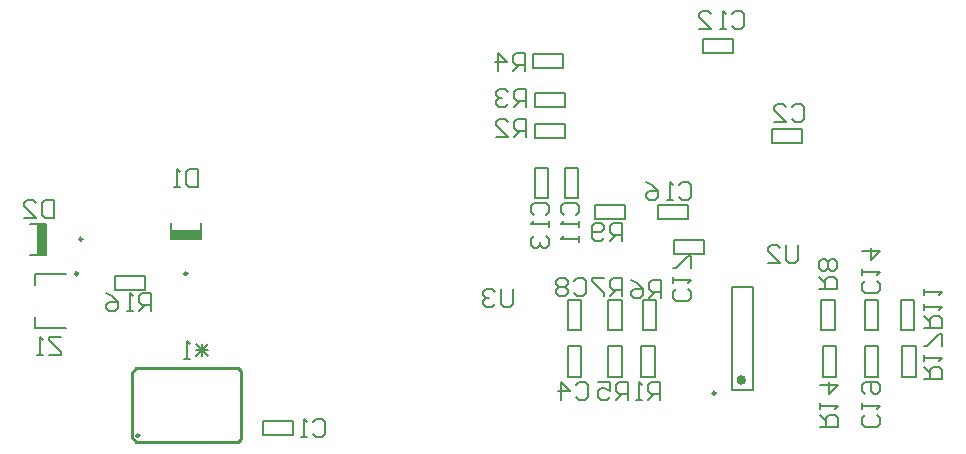
<source format=gbo>
G04 Layer_Color=32896*
%FSLAX44Y44*%
%MOMM*%
G71*
G01*
G75*
%ADD18C,0.2500*%
%ADD19C,0.2000*%
%ADD55C,0.1270*%
%ADD60C,0.2540*%
%ADD61C,0.1540*%
%ADD94C,0.4000*%
%ADD95R,2.6000X0.7778*%
%ADD96R,0.7778X2.6000*%
D18*
X1144380Y956700D02*
G03*
X1144380Y956700I-1250J0D01*
G01*
X697210Y1057970D02*
G03*
X697210Y1057970I-1250J0D01*
G01*
X604500Y1057910D02*
G03*
X604500Y1057910I-1250J0D01*
G01*
X608250Y1087120D02*
G03*
X608250Y1087120I-1250J0D01*
G01*
D19*
X1158130Y1046800D02*
X1176130D01*
X1158130Y959800D02*
X1176130D01*
Y1046800D01*
X1158130Y959800D02*
Y1046800D01*
X682960Y1087470D02*
Y1100820D01*
Y1087470D02*
X708960D01*
Y1100820D01*
X568430Y1012050D02*
Y1021550D01*
Y1012050D02*
X594430D01*
X568430Y1048550D02*
Y1058050D01*
X594430D01*
X564150Y1100120D02*
X577500D01*
Y1074120D02*
Y1100120D01*
X564150Y1074120D02*
X577500D01*
D55*
X1030732Y1010158D02*
Y1035812D01*
X1019048Y1010158D02*
Y1035812D01*
X1030732D01*
X1019048Y1010158D02*
X1030732D01*
X1053338Y1035812D02*
X1065022D01*
X1053338Y1010158D02*
X1065022D01*
Y1035812D01*
X1053338Y1010158D02*
Y1035812D01*
X1082548Y1010158D02*
Y1035812D01*
X1094232Y1010158D02*
Y1035812D01*
X1082548Y1010158D02*
X1094232D01*
X1082548Y1035812D02*
X1094232D01*
X1109218Y1074928D02*
X1134872D01*
X1109218Y1086612D02*
X1134872D01*
Y1074928D02*
Y1086612D01*
X1109218Y1074928D02*
Y1086612D01*
X1028192Y1121918D02*
Y1147572D01*
X1016508Y1121918D02*
Y1147572D01*
X1028192D01*
X1016508Y1121918D02*
X1028192D01*
X1002792D02*
Y1147572D01*
X991108Y1121918D02*
Y1147572D01*
X1002792D01*
X991108Y1121918D02*
X1002792D01*
X1067562Y1104138D02*
Y1115822D01*
X1041908Y1104138D02*
Y1115822D01*
Y1104138D02*
X1067562D01*
X1041908Y1115822D02*
X1067562D01*
X1095248D02*
X1120902D01*
X1095248Y1104138D02*
X1120902D01*
X1095248D02*
Y1115822D01*
X1120902Y1104138D02*
Y1115822D01*
X761238Y921258D02*
X786892D01*
X761238Y932942D02*
X786892D01*
Y921258D02*
Y932942D01*
X761238Y921258D02*
Y932942D01*
X661162Y1044448D02*
Y1056132D01*
X635508Y1044448D02*
Y1056132D01*
Y1044448D02*
X661162D01*
X635508Y1056132D02*
X661162D01*
X991108Y1172718D02*
Y1184402D01*
X1016762Y1172718D02*
Y1184402D01*
X991108D02*
X1016762D01*
X991108Y1172718D02*
X1016762D01*
Y1199388D02*
Y1211072D01*
X991108Y1199388D02*
Y1211072D01*
Y1199388D02*
X1016762D01*
X991108Y1211072D02*
X1016762D01*
X989838Y1232408D02*
X1015492D01*
X989838Y1244092D02*
X1015492D01*
Y1232408D02*
Y1244092D01*
X989838Y1232408D02*
Y1244092D01*
X1133348Y1245108D02*
X1159002D01*
X1133348Y1256792D02*
X1159002D01*
Y1245108D02*
Y1256792D01*
X1133348Y1245108D02*
Y1256792D01*
X1191768Y1168908D02*
X1217422D01*
X1191768Y1180592D02*
X1217422D01*
Y1168908D02*
Y1180592D01*
X1191768Y1168908D02*
Y1180592D01*
X1300988Y1035812D02*
X1312672D01*
X1300988Y1010158D02*
X1312672D01*
Y1035812D01*
X1300988Y1010158D02*
Y1035812D01*
X1282192Y1010158D02*
Y1035812D01*
X1270508Y1010158D02*
Y1035812D01*
X1282192D01*
X1270508Y1010158D02*
X1282192D01*
X1233678D02*
Y1035812D01*
X1245362Y1010158D02*
Y1035812D01*
X1233678Y1010158D02*
X1245362D01*
X1233678Y1035812D02*
X1245362D01*
X1302258Y970788D02*
X1313942D01*
X1302258Y996442D02*
X1313942D01*
X1302258Y970788D02*
Y996442D01*
X1313942Y970788D02*
Y996442D01*
X1270508Y970788D02*
Y996442D01*
X1282192Y970788D02*
Y996442D01*
X1270508Y970788D02*
X1282192D01*
X1270508Y996442D02*
X1282192D01*
X1246632Y970788D02*
Y996442D01*
X1234948Y970788D02*
Y996442D01*
X1246632D01*
X1234948Y970788D02*
X1246632D01*
X1092962D02*
Y996442D01*
X1081278Y970788D02*
Y996442D01*
X1092962D01*
X1081278Y970788D02*
X1092962D01*
X1053338D02*
X1065022D01*
X1053338Y996442D02*
X1065022D01*
X1053338Y970788D02*
Y996442D01*
X1065022Y970788D02*
Y996442D01*
X1019048Y970788D02*
Y996442D01*
X1030732Y970788D02*
Y996442D01*
X1019048Y970788D02*
X1030732D01*
X1019048Y996442D02*
X1030732D01*
D60*
X656590Y920750D02*
G03*
X656590Y920750I-1270J0D01*
G01*
X654050Y915670D02*
X740410D01*
X650240Y919480D02*
X654050Y915670D01*
X650240Y919480D02*
Y974090D01*
X654050Y977900D01*
X740410D01*
X742950Y975360D01*
Y918210D02*
Y975360D01*
X740410Y915670D02*
X742950Y918210D01*
D61*
X706120Y1146805D02*
Y1131570D01*
X698503D01*
X695963Y1134109D01*
Y1144266D01*
X698503Y1146805D01*
X706120D01*
X690885Y1131570D02*
X685807D01*
X688346D01*
Y1146805D01*
X690885Y1144266D01*
X715010Y998216D02*
X704853Y988059D01*
X715010D02*
X704853Y998216D01*
X715010Y993138D02*
X704853D01*
X709932Y988059D02*
Y998216D01*
X699775Y985520D02*
X694697D01*
X697236D01*
Y1000755D01*
X699775Y998216D01*
X803913Y932176D02*
X806452Y934715D01*
X811531D01*
X814070Y932176D01*
Y922019D01*
X811531Y919480D01*
X806452D01*
X803913Y922019D01*
X798835Y919480D02*
X793757D01*
X796296D01*
Y934715D01*
X798835Y932176D01*
X1209043Y1198876D02*
X1211582Y1201415D01*
X1216661D01*
X1219200Y1198876D01*
Y1188719D01*
X1216661Y1186180D01*
X1211582D01*
X1209043Y1188719D01*
X1193808Y1186180D02*
X1203965D01*
X1193808Y1196337D01*
Y1198876D01*
X1196347Y1201415D01*
X1201426D01*
X1203965Y1198876D01*
X1016004Y1107443D02*
X1013465Y1109983D01*
Y1115061D01*
X1016004Y1117600D01*
X1026161D01*
X1028700Y1115061D01*
Y1109983D01*
X1026161Y1107443D01*
X1028700Y1102365D02*
Y1097287D01*
Y1099826D01*
X1013465D01*
X1016004Y1102365D01*
X1028700Y1089669D02*
Y1084591D01*
Y1087130D01*
X1013465D01*
X1016004Y1089669D01*
X1158243Y1277616D02*
X1160782Y1280155D01*
X1165861D01*
X1168400Y1277616D01*
Y1267459D01*
X1165861Y1264920D01*
X1160782D01*
X1158243Y1267459D01*
X1153165Y1264920D02*
X1148087D01*
X1150626D01*
Y1280155D01*
X1153165Y1277616D01*
X1130312Y1264920D02*
X1140469D01*
X1130312Y1275077D01*
Y1277616D01*
X1132851Y1280155D01*
X1137930D01*
X1140469Y1277616D01*
X990604Y1107443D02*
X988065Y1109983D01*
Y1115061D01*
X990604Y1117600D01*
X1000761D01*
X1003300Y1115061D01*
Y1109983D01*
X1000761Y1107443D01*
X1003300Y1102365D02*
Y1097287D01*
Y1099826D01*
X988065D01*
X990604Y1102365D01*
Y1089669D02*
X988065Y1087130D01*
Y1082051D01*
X990604Y1079512D01*
X993143D01*
X995683Y1082051D01*
Y1084591D01*
Y1082051D01*
X998222Y1079512D01*
X1000761D01*
X1003300Y1082051D01*
Y1087130D01*
X1000761Y1089669D01*
X1113793Y1132836D02*
X1116332Y1135375D01*
X1121411D01*
X1123950Y1132836D01*
Y1122679D01*
X1121411Y1120140D01*
X1116332D01*
X1113793Y1122679D01*
X1108715Y1120140D02*
X1103637D01*
X1106176D01*
Y1135375D01*
X1108715Y1132836D01*
X1085862Y1135375D02*
X1090941Y1132836D01*
X1096019Y1127757D01*
Y1122679D01*
X1093480Y1120140D01*
X1088401D01*
X1085862Y1122679D01*
Y1125218D01*
X1088401Y1127757D01*
X1096019D01*
X1121406Y1045207D02*
X1123945Y1042667D01*
Y1037589D01*
X1121406Y1035050D01*
X1111249D01*
X1108710Y1037589D01*
Y1042667D01*
X1111249Y1045207D01*
X1108710Y1050285D02*
Y1055363D01*
Y1052824D01*
X1123945D01*
X1121406Y1050285D01*
X1123945Y1062981D02*
Y1073138D01*
X1121406D01*
X1111249Y1062981D01*
X1108710D01*
X1026163Y963926D02*
X1028702Y966465D01*
X1033781D01*
X1036320Y963926D01*
Y953769D01*
X1033781Y951230D01*
X1028702D01*
X1026163Y953769D01*
X1013467Y951230D02*
Y966465D01*
X1021085Y958848D01*
X1010928D01*
X1024893Y1051556D02*
X1027432Y1054095D01*
X1032511D01*
X1035050Y1051556D01*
Y1041399D01*
X1032511Y1038860D01*
X1027432D01*
X1024893Y1041399D01*
X1019815Y1051556D02*
X1017276Y1054095D01*
X1012197D01*
X1009658Y1051556D01*
Y1049017D01*
X1012197Y1046478D01*
X1009658Y1043938D01*
Y1041399D01*
X1012197Y1038860D01*
X1017276D01*
X1019815Y1041399D01*
Y1043938D01*
X1017276Y1046478D01*
X1019815Y1049017D01*
Y1051556D01*
X1017276Y1046478D02*
X1012197D01*
X1281426Y1051557D02*
X1283965Y1049017D01*
Y1043939D01*
X1281426Y1041400D01*
X1271269D01*
X1268730Y1043939D01*
Y1049017D01*
X1271269Y1051557D01*
X1268730Y1056635D02*
Y1061713D01*
Y1059174D01*
X1283965D01*
X1281426Y1056635D01*
X1268730Y1076948D02*
X1283965D01*
X1276348Y1069331D01*
Y1079488D01*
X1281426Y938527D02*
X1283965Y935987D01*
Y930909D01*
X1281426Y928370D01*
X1271269D01*
X1268730Y930909D01*
Y935987D01*
X1271269Y938527D01*
X1268730Y943605D02*
Y948683D01*
Y946144D01*
X1283965D01*
X1281426Y943605D01*
X1271269Y956301D02*
X1268730Y958840D01*
Y963919D01*
X1271269Y966458D01*
X1281426D01*
X1283965Y963919D01*
Y958840D01*
X1281426Y956301D01*
X1278887D01*
X1276348Y958840D01*
Y966458D01*
X584200Y1120135D02*
Y1104900D01*
X576582D01*
X574043Y1107439D01*
Y1117596D01*
X576582Y1120135D01*
X584200D01*
X558808Y1104900D02*
X568965D01*
X558808Y1115057D01*
Y1117596D01*
X561347Y1120135D01*
X566426D01*
X568965Y1117596D01*
X1065530Y1085850D02*
Y1101085D01*
X1057913D01*
X1055373Y1098546D01*
Y1093467D01*
X1057913Y1090928D01*
X1065530D01*
X1060452D02*
X1055373Y1085850D01*
X1050295Y1088389D02*
X1047756Y1085850D01*
X1042677D01*
X1040138Y1088389D01*
Y1098546D01*
X1042677Y1101085D01*
X1047756D01*
X1050295Y1098546D01*
Y1096007D01*
X1047756Y1093467D01*
X1040138D01*
X1097280Y951230D02*
Y966465D01*
X1089662D01*
X1087123Y963926D01*
Y958848D01*
X1089662Y956308D01*
X1097280D01*
X1092202D02*
X1087123Y951230D01*
X1082045D02*
X1076967D01*
X1079506D01*
Y966465D01*
X1082045Y963926D01*
X984250Y1173480D02*
Y1188715D01*
X976633D01*
X974093Y1186176D01*
Y1181097D01*
X976633Y1178558D01*
X984250D01*
X979172D02*
X974093Y1173480D01*
X958858D02*
X969015D01*
X958858Y1183637D01*
Y1186176D01*
X961397Y1188715D01*
X966476D01*
X969015Y1186176D01*
X984250Y1198880D02*
Y1214115D01*
X976633D01*
X974093Y1211576D01*
Y1206497D01*
X976633Y1203958D01*
X984250D01*
X979172D02*
X974093Y1198880D01*
X969015Y1211576D02*
X966476Y1214115D01*
X961397D01*
X958858Y1211576D01*
Y1209037D01*
X961397Y1206497D01*
X963937D01*
X961397D01*
X958858Y1203958D01*
Y1201419D01*
X961397Y1198880D01*
X966476D01*
X969015Y1201419D01*
X982980Y1229360D02*
Y1244595D01*
X975362D01*
X972823Y1242056D01*
Y1236977D01*
X975362Y1234438D01*
X982980D01*
X977902D02*
X972823Y1229360D01*
X960127D02*
Y1244595D01*
X967745Y1236977D01*
X957588D01*
X1070610Y951230D02*
Y966465D01*
X1062992D01*
X1060453Y963926D01*
Y958848D01*
X1062992Y956308D01*
X1070610D01*
X1065532D02*
X1060453Y951230D01*
X1045218Y966465D02*
X1055375D01*
Y958848D01*
X1050297Y961387D01*
X1047757D01*
X1045218Y958848D01*
Y953769D01*
X1047757Y951230D01*
X1052836D01*
X1055375Y953769D01*
X1098550Y1037590D02*
Y1052825D01*
X1090932D01*
X1088393Y1050286D01*
Y1045208D01*
X1090932Y1042668D01*
X1098550D01*
X1093472D02*
X1088393Y1037590D01*
X1073158Y1052825D02*
X1078237Y1050286D01*
X1083315Y1045208D01*
Y1040129D01*
X1080776Y1037590D01*
X1075697D01*
X1073158Y1040129D01*
Y1042668D01*
X1075697Y1045208D01*
X1083315D01*
X1065530Y1038860D02*
Y1054095D01*
X1057913D01*
X1055373Y1051556D01*
Y1046478D01*
X1057913Y1043938D01*
X1065530D01*
X1060452D02*
X1055373Y1038860D01*
X1050295Y1054095D02*
X1040138D01*
Y1051556D01*
X1050295Y1041399D01*
Y1038860D01*
X1231900Y1045210D02*
X1247135D01*
Y1052828D01*
X1244596Y1055367D01*
X1239518D01*
X1236978Y1052828D01*
Y1045210D01*
Y1050288D02*
X1231900Y1055367D01*
X1244596Y1060445D02*
X1247135Y1062984D01*
Y1068063D01*
X1244596Y1070602D01*
X1242057D01*
X1239518Y1068063D01*
X1236978Y1070602D01*
X1234439D01*
X1231900Y1068063D01*
Y1062984D01*
X1234439Y1060445D01*
X1236978D01*
X1239518Y1062984D01*
X1242057Y1060445D01*
X1244596D01*
X1239518Y1062984D02*
Y1068063D01*
X1320800Y1012190D02*
X1336035D01*
Y1019808D01*
X1333496Y1022347D01*
X1328418D01*
X1325878Y1019808D01*
Y1012190D01*
Y1017268D02*
X1320800Y1022347D01*
Y1027425D02*
Y1032503D01*
Y1029964D01*
X1336035D01*
X1333496Y1027425D01*
X1320800Y1040121D02*
Y1045199D01*
Y1042660D01*
X1336035D01*
X1333496Y1040121D01*
X1233170Y928370D02*
X1248405D01*
Y935987D01*
X1245866Y938527D01*
X1240788D01*
X1238248Y935987D01*
Y928370D01*
Y933448D02*
X1233170Y938527D01*
Y943605D02*
Y948683D01*
Y946144D01*
X1248405D01*
X1245866Y943605D01*
X1233170Y963919D02*
X1248405D01*
X1240788Y956301D01*
Y966458D01*
X666750Y1026160D02*
Y1041395D01*
X659133D01*
X656593Y1038856D01*
Y1033777D01*
X659133Y1031238D01*
X666750D01*
X661672D02*
X656593Y1026160D01*
X651515D02*
X646437D01*
X648976D01*
Y1041395D01*
X651515Y1038856D01*
X628662Y1041395D02*
X633741Y1038856D01*
X638819Y1033777D01*
Y1028699D01*
X636280Y1026160D01*
X631202D01*
X628662Y1028699D01*
Y1031238D01*
X631202Y1033777D01*
X638819D01*
X1320800Y969010D02*
X1336035D01*
Y976628D01*
X1333496Y979167D01*
X1328418D01*
X1325878Y976628D01*
Y969010D01*
Y974088D02*
X1320800Y979167D01*
Y984245D02*
Y989323D01*
Y986784D01*
X1336035D01*
X1333496Y984245D01*
X1336035Y996941D02*
Y1007098D01*
X1333496D01*
X1323339Y996941D01*
X1320800D01*
X1214120Y1082035D02*
Y1069339D01*
X1211581Y1066800D01*
X1206503D01*
X1203963Y1069339D01*
Y1082035D01*
X1188728Y1066800D02*
X1198885D01*
X1188728Y1076957D01*
Y1079496D01*
X1191267Y1082035D01*
X1196346D01*
X1198885Y1079496D01*
X972820Y1045205D02*
Y1032509D01*
X970281Y1029970D01*
X965202D01*
X962663Y1032509D01*
Y1045205D01*
X957585Y1042666D02*
X955046Y1045205D01*
X949967D01*
X947428Y1042666D01*
Y1040127D01*
X949967Y1037588D01*
X952507D01*
X949967D01*
X947428Y1035048D01*
Y1032509D01*
X949967Y1029970D01*
X955046D01*
X957585Y1032509D01*
X590550Y1004565D02*
X580393D01*
Y1002026D01*
X590550Y991869D01*
Y989330D01*
X580393D01*
X575315D02*
X570237D01*
X572776D01*
Y1004565D01*
X575315Y1002026D01*
D94*
X1168130Y967800D02*
G03*
X1168130Y967800I-2000J0D01*
G01*
D95*
X695960Y1091365D02*
D03*
D96*
X573609Y1087120D02*
D03*
M02*

</source>
